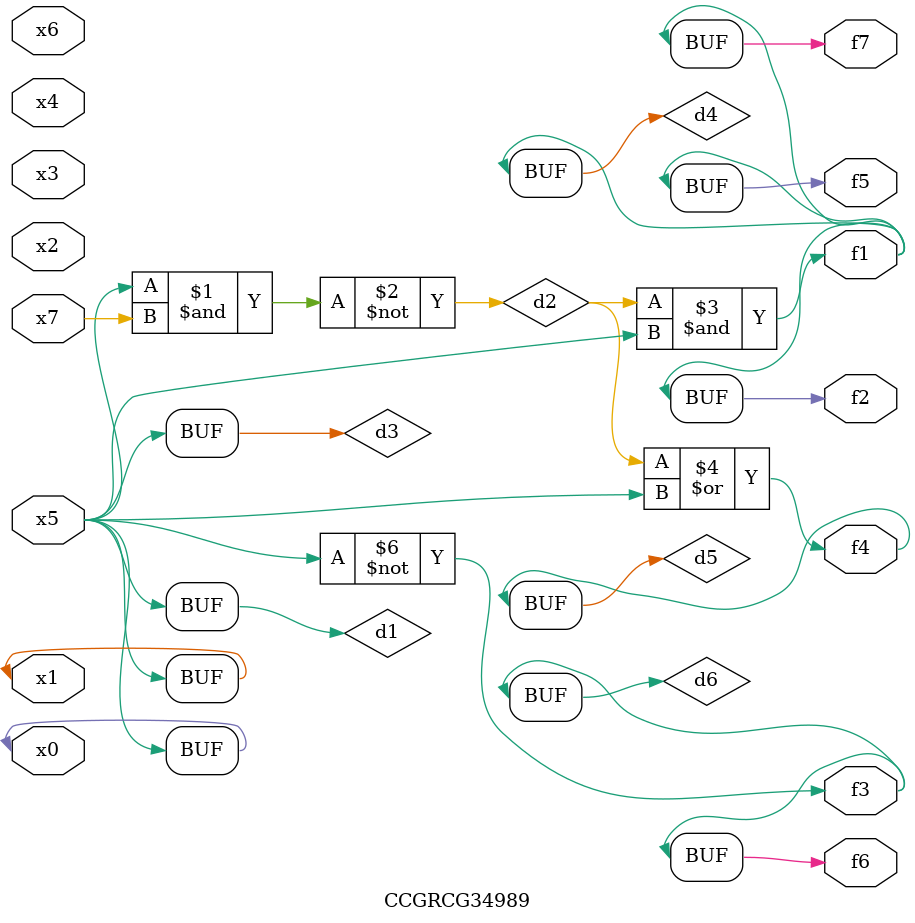
<source format=v>
module CCGRCG34989(
	input x0, x1, x2, x3, x4, x5, x6, x7,
	output f1, f2, f3, f4, f5, f6, f7
);

	wire d1, d2, d3, d4, d5, d6;

	buf (d1, x0, x5);
	nand (d2, x5, x7);
	buf (d3, x0, x1);
	and (d4, d2, d3);
	or (d5, d2, d3);
	nor (d6, d1, d3);
	assign f1 = d4;
	assign f2 = d4;
	assign f3 = d6;
	assign f4 = d5;
	assign f5 = d4;
	assign f6 = d6;
	assign f7 = d4;
endmodule

</source>
